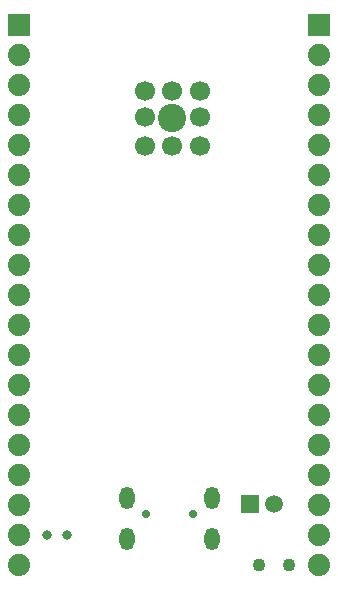
<source format=gbr>
G04 #@! TF.GenerationSoftware,KiCad,Pcbnew,6.0.0-rc1-unknown-829ba27~65~ubuntu16.04.1*
G04 #@! TF.CreationDate,2018-07-19T14:53:26+03:00*
G04 #@! TF.ProjectId,ESP32-DevKit-Lipo_Rev_A,45535033322D4465764B69742D4C6970,A*
G04 #@! TF.SameCoordinates,Original*
G04 #@! TF.FileFunction,Soldermask,Bot*
G04 #@! TF.FilePolarity,Negative*
%FSLAX46Y46*%
G04 Gerber Fmt 4.6, Leading zero omitted, Abs format (unit mm)*
G04 Created by KiCad (PCBNEW 6.0.0-rc1-unknown-829ba27~65~ubuntu16.04.1) date Thu Jul 19 14:53:26 2018*
%MOMM*%
%LPD*%
G01*
G04 APERTURE LIST*
%ADD10C,1.101600*%
%ADD11R,1.501600X1.501600*%
%ADD12C,1.501600*%
%ADD13C,1.879600*%
%ADD14R,1.879600X1.879600*%
%ADD15C,1.700000*%
%ADD16C,2.400000*%
%ADD17C,0.701600*%
%ADD18O,1.301600X1.901600*%
%ADD19C,0.801600*%
G04 APERTURE END LIST*
D10*
G04 #@! TO.C,GND1*
X151130000Y-118110000D03*
G04 #@! TD*
G04 #@! TO.C,D_Com1*
X153670000Y-118110000D03*
G04 #@! TD*
D11*
G04 #@! TO.C,BAT1*
X150375620Y-112925860D03*
D12*
X152387300Y-112923320D03*
G04 #@! TD*
D13*
G04 #@! TO.C,EXT1*
X130810000Y-80010000D03*
X130810000Y-77470000D03*
X130810000Y-74930000D03*
D14*
X130810000Y-72390000D03*
D13*
X130810000Y-82550000D03*
X130810000Y-85090000D03*
X130810000Y-90170000D03*
X130810000Y-87630000D03*
X130810000Y-92710000D03*
X130810000Y-95250000D03*
X130810000Y-100330000D03*
X130810000Y-97790000D03*
X130810000Y-102870000D03*
X130810000Y-105410000D03*
X130810000Y-110490000D03*
X130810000Y-107950000D03*
X130810000Y-118110000D03*
X130810000Y-115570000D03*
X130810000Y-113030000D03*
G04 #@! TD*
G04 #@! TO.C,EXT2*
X156210000Y-80010000D03*
X156210000Y-77470000D03*
X156210000Y-74930000D03*
D14*
X156210000Y-72390000D03*
D13*
X156210000Y-82550000D03*
X156210000Y-85090000D03*
X156210000Y-90170000D03*
X156210000Y-87630000D03*
X156210000Y-92710000D03*
X156210000Y-95250000D03*
X156210000Y-100330000D03*
X156210000Y-97790000D03*
X156210000Y-102870000D03*
X156210000Y-105410000D03*
X156210000Y-110490000D03*
X156210000Y-107950000D03*
X156210000Y-118110000D03*
X156210000Y-115570000D03*
X156210000Y-113030000D03*
G04 #@! TD*
D15*
G04 #@! TO.C,U5*
X141469600Y-82650800D03*
D16*
X143781000Y-80314000D03*
D15*
X146143200Y-82650800D03*
X141469600Y-77951800D03*
X146143200Y-77951800D03*
X143781000Y-77951800D03*
X143781000Y-82650800D03*
X141469600Y-80187000D03*
X146143200Y-80187000D03*
G04 #@! TD*
D17*
G04 #@! TO.C,USB-UART1*
X141510000Y-113797000D03*
X145510000Y-113797000D03*
D18*
X139910000Y-115947000D03*
X139910000Y-112477000D03*
X147110000Y-112477000D03*
X147110000Y-115947000D03*
G04 #@! TD*
D19*
G04 #@! TO.C,RST1*
X133135000Y-115570000D03*
X134835000Y-115570000D03*
G04 #@! TD*
M02*

</source>
